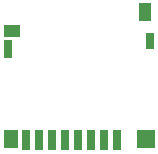
<source format=gbr>
%TF.GenerationSoftware,KiCad,Pcbnew,5.1.7*%
%TF.CreationDate,2020-10-23T00:09:38-07:00*%
%TF.ProjectId,n64_basic,6e36345f-6261-4736-9963-2e6b69636164,rev?*%
%TF.SameCoordinates,Original*%
%TF.FileFunction,Paste,Top*%
%TF.FilePolarity,Positive*%
%FSLAX46Y46*%
G04 Gerber Fmt 4.6, Leading zero omitted, Abs format (unit mm)*
G04 Created by KiCad (PCBNEW 5.1.7) date 2020-10-23 00:09:38*
%MOMM*%
%LPD*%
G01*
G04 APERTURE LIST*
%ADD10R,1.000000X1.550000*%
%ADD11R,1.500000X1.500000*%
%ADD12R,0.700000X1.750000*%
%ADD13R,0.800000X1.400000*%
%ADD14R,1.450000X1.000000*%
%ADD15R,0.800000X1.500000*%
%ADD16R,1.300000X1.500000*%
G04 APERTURE END LIST*
D10*
%TO.C,J12*%
X130035000Y-111628000D03*
D11*
X130085000Y-122303000D03*
D12*
X127635000Y-122428000D03*
X126535000Y-122428000D03*
X125435000Y-122428000D03*
X124335000Y-122428000D03*
X123235000Y-122428000D03*
X122135000Y-122428000D03*
X121035000Y-122428000D03*
D13*
X130435000Y-114053000D03*
D14*
X118810000Y-113203000D03*
D15*
X118485000Y-114703000D03*
D16*
X118735000Y-122303000D03*
D12*
X119935000Y-122428000D03*
%TD*%
M02*

</source>
